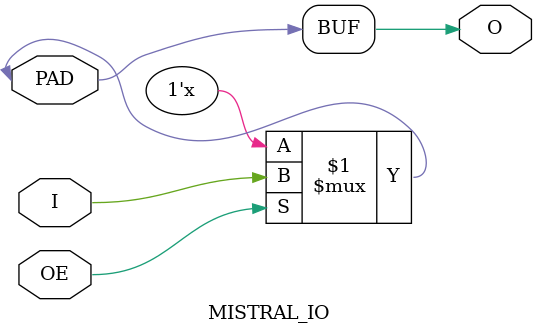
<source format=v>
module MISTRAL_IB((* iopad_external_pin *)  input PAD, output O);
	assign O = PAD;
endmodule

module MISTRAL_OB((* iopad_external_pin *)  output PAD, input I);
	assign PAD = I;
endmodule

module MISTRAL_IO((* iopad_external_pin *)  inout PAD, input I, input OE, output O);
	assign PAD = OE ? I : 1'bz;
	assign O = PAD;
endmodule

</source>
